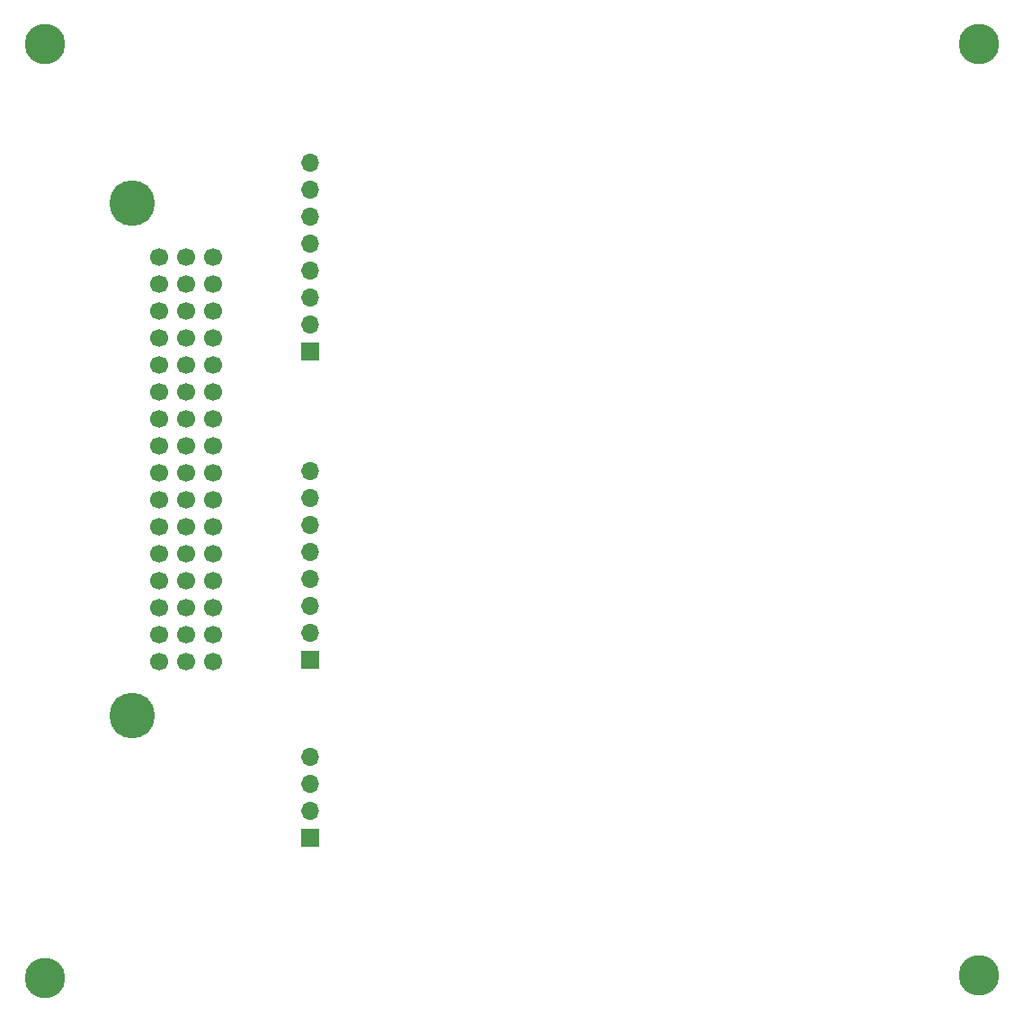
<source format=gbr>
%TF.GenerationSoftware,KiCad,Pcbnew,7.0.1*%
%TF.CreationDate,2023-03-19T16:13:32+09:00*%
%TF.ProjectId,keypad16,6b657970-6164-4313-962e-6b696361645f,rev?*%
%TF.SameCoordinates,Original*%
%TF.FileFunction,Soldermask,Bot*%
%TF.FilePolarity,Negative*%
%FSLAX46Y46*%
G04 Gerber Fmt 4.6, Leading zero omitted, Abs format (unit mm)*
G04 Created by KiCad (PCBNEW 7.0.1) date 2023-03-19 16:13:32*
%MOMM*%
%LPD*%
G01*
G04 APERTURE LIST*
%ADD10C,3.800000*%
%ADD11R,1.700000X1.700000*%
%ADD12O,1.700000X1.700000*%
%ADD13C,1.700000*%
%ADD14C,4.290000*%
G04 APERTURE END LIST*
D10*
%TO.C,H2*%
X27000000Y-128000000D03*
%TD*%
D11*
%TO.C,J3*%
X52000000Y-68910000D03*
D12*
X52000000Y-66370000D03*
X52000000Y-63830000D03*
X52000000Y-61290000D03*
X52000000Y-58750000D03*
X52000000Y-56210000D03*
X52000000Y-53670000D03*
X52000000Y-51130000D03*
%TD*%
D11*
%TO.C,J4*%
X52050000Y-114780000D03*
D12*
X52050000Y-112240000D03*
X52050000Y-109700000D03*
X52050000Y-107160000D03*
%TD*%
D11*
%TO.C,J2*%
X52000000Y-97990000D03*
D12*
X52000000Y-95450000D03*
X52000000Y-92910000D03*
X52000000Y-90370000D03*
X52000000Y-87830000D03*
X52000000Y-85290000D03*
X52000000Y-82750000D03*
X52000000Y-80210000D03*
%TD*%
D10*
%TO.C,H3*%
X115000000Y-40000000D03*
%TD*%
D13*
%TO.C,J1*%
X37750000Y-98150000D03*
X37750000Y-95610000D03*
X37750000Y-93070000D03*
X37750000Y-90530000D03*
X37750000Y-87990000D03*
X37750000Y-85450000D03*
X37750000Y-82910000D03*
X37750000Y-80370000D03*
X37750000Y-77830000D03*
X37750000Y-75290000D03*
X37750000Y-72750000D03*
X37750000Y-70210000D03*
X37750000Y-67670000D03*
X37750000Y-65130000D03*
X37750000Y-62590000D03*
X37750000Y-60050000D03*
X40290000Y-98150000D03*
X40290000Y-95610000D03*
X40290000Y-93070000D03*
X40290000Y-90530000D03*
X40290000Y-87990000D03*
X40290000Y-85450000D03*
X40290000Y-82910000D03*
X40290000Y-80370000D03*
X40290000Y-77830000D03*
X40290000Y-75290000D03*
X40290000Y-72750000D03*
X40290000Y-70210000D03*
X40290000Y-67670000D03*
X40290000Y-65130000D03*
X40290000Y-62590000D03*
X40290000Y-60050000D03*
X42830000Y-98150000D03*
X42830000Y-95610000D03*
X42830000Y-93070000D03*
X42830000Y-90530000D03*
X42830000Y-87990000D03*
X42830000Y-85450000D03*
X42830000Y-82910000D03*
X42830000Y-80370000D03*
X42830000Y-77830000D03*
X42830000Y-75290000D03*
X42830000Y-72750000D03*
X42830000Y-70210000D03*
X42830000Y-67670000D03*
X42830000Y-65130000D03*
X42830000Y-62590000D03*
X42830000Y-60050000D03*
D14*
X35210000Y-54970000D03*
X35210000Y-103230000D03*
%TD*%
D10*
%TO.C,H4*%
X27000000Y-40000000D03*
%TD*%
%TO.C,H1*%
X115000000Y-127700000D03*
%TD*%
M02*

</source>
